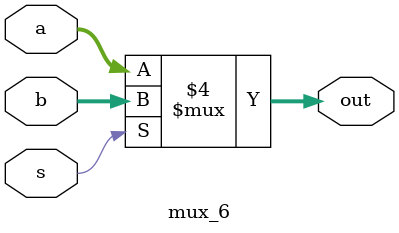
<source format=v>
module mux_6(input [5:0] a, b, input s, output reg [5:0] out);
	always @(s) begin
		if (s == 1'b1)
			out = b;
		else
			out = a;
	end
endmodule


</source>
